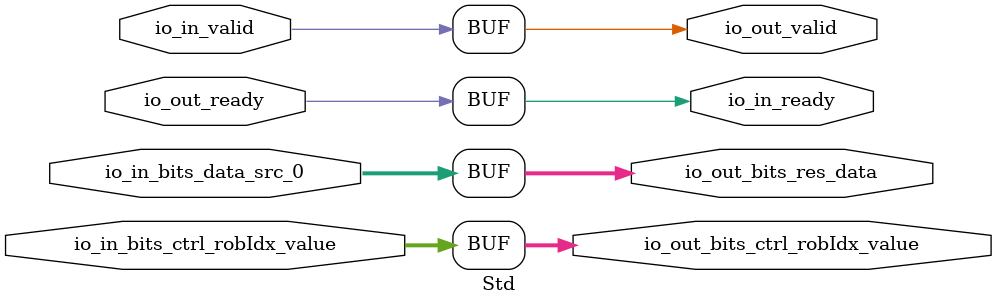
<source format=v>
module Std(
  output        io_in_ready,
  input         io_in_valid,
  input  [7:0]  io_in_bits_ctrl_robIdx_value,
  input  [63:0] io_in_bits_data_src_0,
  input         io_out_ready,
  output        io_out_valid,
  output [7:0]  io_out_bits_ctrl_robIdx_value,
  output [63:0] io_out_bits_res_data
);

  assign io_in_ready = io_out_ready;
  assign io_out_valid = io_in_valid;
  assign io_out_bits_ctrl_robIdx_value = io_in_bits_ctrl_robIdx_value;
  assign io_out_bits_res_data = io_in_bits_data_src_0;
endmodule


</source>
